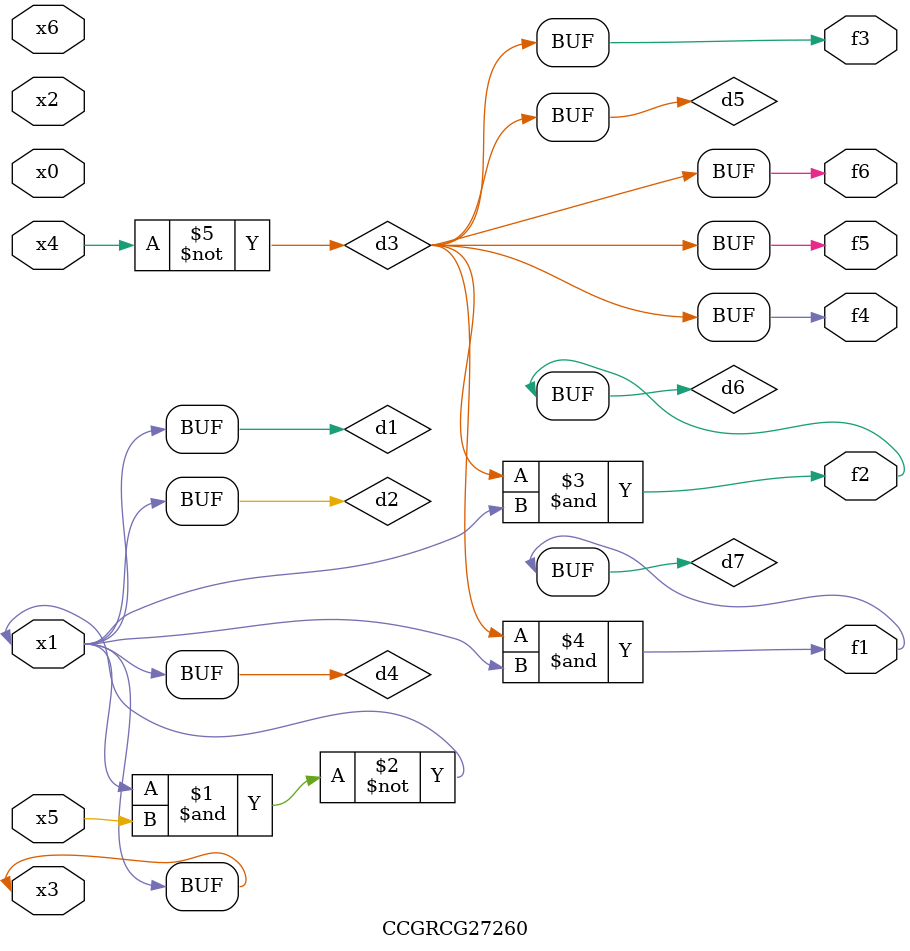
<source format=v>
module CCGRCG27260(
	input x0, x1, x2, x3, x4, x5, x6,
	output f1, f2, f3, f4, f5, f6
);

	wire d1, d2, d3, d4, d5, d6, d7;

	buf (d1, x1, x3);
	nand (d2, x1, x5);
	not (d3, x4);
	buf (d4, d1, d2);
	buf (d5, d3);
	and (d6, d3, d4);
	and (d7, d3, d4);
	assign f1 = d7;
	assign f2 = d6;
	assign f3 = d5;
	assign f4 = d5;
	assign f5 = d5;
	assign f6 = d5;
endmodule

</source>
